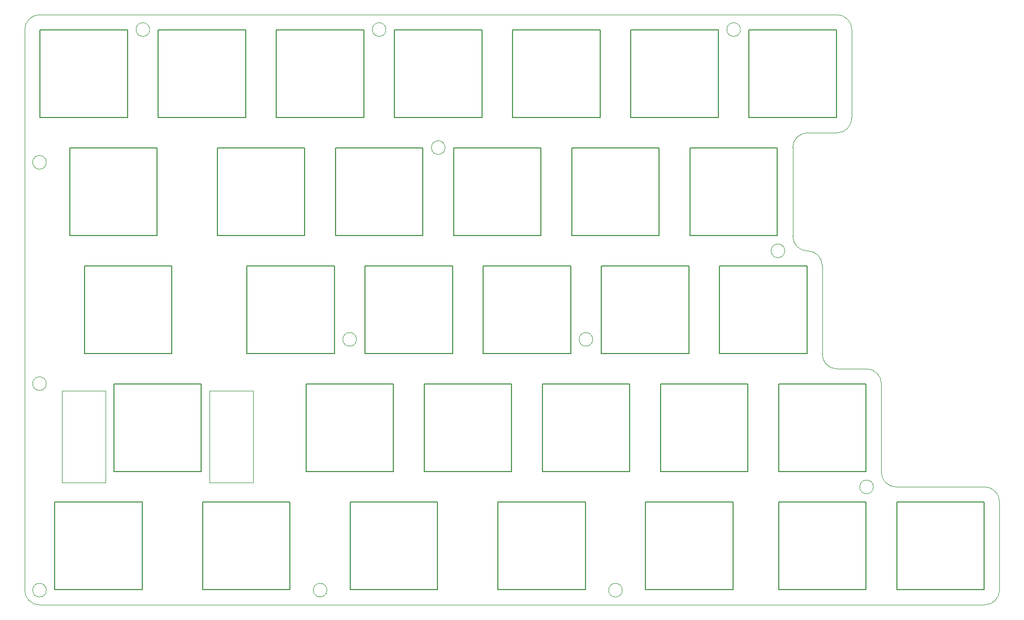
<source format=gm1>
G04 #@! TF.GenerationSoftware,KiCad,Pcbnew,7.0.7*
G04 #@! TF.CreationDate,2023-09-30T17:51:13+09:00*
G04 #@! TF.ProjectId,ind-assemble_L,696e642d-6173-4736-956d-626c655f4c2e,rev?*
G04 #@! TF.SameCoordinates,Original*
G04 #@! TF.FileFunction,Profile,NP*
%FSLAX46Y46*%
G04 Gerber Fmt 4.6, Leading zero omitted, Abs format (unit mm)*
G04 Created by KiCad (PCBNEW 7.0.7) date 2023-09-30 17:51:13*
%MOMM*%
%LPD*%
G01*
G04 APERTURE LIST*
G04 #@! TA.AperFunction,Profile*
%ADD10C,0.100000*%
G04 #@! TD*
G04 #@! TA.AperFunction,Profile*
%ADD11C,0.150000*%
G04 #@! TD*
G04 #@! TA.AperFunction,Profile*
%ADD12C,0.010000*%
G04 #@! TD*
G04 #@! TA.AperFunction,Profile*
%ADD13C,0.120000*%
G04 #@! TD*
G04 APERTURE END LIST*
D10*
X161925051Y-83343699D02*
G75*
G03*
X159543801Y-80962449I-2381351J-101D01*
G01*
X150018750Y-42862500D02*
G75*
G03*
X147637500Y-45243750I50J-2381300D01*
G01*
X154781250Y-80962500D02*
X159543801Y-80962449D01*
X180975000Y-102393750D02*
X180975000Y-116681250D01*
X147637500Y-45243750D02*
X147637500Y-59531250D01*
X150018750Y-61912500D02*
X150018750Y-61912500D01*
X152400000Y-78581250D02*
G75*
G03*
X154781250Y-80962500I2381300J50D01*
G01*
X157162500Y-26193750D02*
G75*
G03*
X154781250Y-23812500I-2381300J-50D01*
G01*
X180975000Y-102393750D02*
G75*
G03*
X178593750Y-100012500I-2381300J-50D01*
G01*
X178593750Y-119062500D02*
G75*
G03*
X180975000Y-116681250I-50J2381300D01*
G01*
X23812500Y-116681250D02*
G75*
G03*
X26193750Y-119062500I2381250J0D01*
G01*
X23812500Y-116681250D02*
X23812500Y-26193750D01*
X152400000Y-64293750D02*
X152400000Y-78581250D01*
X161924949Y-97631301D02*
G75*
G03*
X164306199Y-100012551I2381351J101D01*
G01*
X157162500Y-26193750D02*
X157162500Y-40481250D01*
X26193750Y-23812500D02*
X154781250Y-23812500D01*
X164306199Y-100012551D02*
X178593750Y-100012500D01*
X152400000Y-64293750D02*
G75*
G03*
X150018750Y-61912500I-2381300J-50D01*
G01*
X161925051Y-83343699D02*
X161924949Y-97631301D01*
X178593750Y-119062500D02*
X26193750Y-119062500D01*
X154781250Y-42862500D02*
X150018750Y-42862500D01*
X147637500Y-59531250D02*
G75*
G03*
X150018750Y-61912500I2381300J50D01*
G01*
X26193750Y-23812500D02*
G75*
G03*
X23812500Y-26193750I0J-2381250D01*
G01*
X154781250Y-42862500D02*
G75*
G03*
X157162500Y-40481250I-50J2381300D01*
G01*
D11*
X73912500Y-45337500D02*
X88012500Y-45337500D01*
X73912500Y-59437500D02*
X73912500Y-45337500D01*
X88012500Y-45337500D02*
X88012500Y-59437500D01*
X88012500Y-59437500D02*
X73912500Y-59437500D01*
D12*
X27293750Y-47625000D02*
G75*
G03*
X27293750Y-47625000I-1100000J0D01*
G01*
D11*
X64387500Y-26287500D02*
X78487500Y-26287500D01*
X64387500Y-40387500D02*
X64387500Y-26287500D01*
X78487500Y-26287500D02*
X78487500Y-40387500D01*
X78487500Y-40387500D02*
X64387500Y-40387500D01*
X54862500Y-45337500D02*
X68962500Y-45337500D01*
X54862500Y-59437500D02*
X54862500Y-45337500D01*
X68962500Y-45337500D02*
X68962500Y-59437500D01*
X68962500Y-59437500D02*
X54862500Y-59437500D01*
D12*
X91587500Y-45243750D02*
G75*
G03*
X91587500Y-45243750I-1100000J0D01*
G01*
D11*
X123918750Y-102487500D02*
X138018750Y-102487500D01*
X123918750Y-116587500D02*
X123918750Y-102487500D01*
X138018750Y-102487500D02*
X138018750Y-116587500D01*
X138018750Y-116587500D02*
X123918750Y-116587500D01*
X78675000Y-64387500D02*
X92775000Y-64387500D01*
X78675000Y-78487500D02*
X78675000Y-64387500D01*
X92775000Y-64387500D02*
X92775000Y-78487500D01*
X92775000Y-78487500D02*
X78675000Y-78487500D01*
X135825000Y-64387500D02*
X149925000Y-64387500D01*
X135825000Y-78487500D02*
X135825000Y-64387500D01*
X149925000Y-64387500D02*
X149925000Y-78487500D01*
X149925000Y-78487500D02*
X135825000Y-78487500D01*
D12*
X27293750Y-83343750D02*
G75*
G03*
X27293750Y-83343750I-1100000J0D01*
G01*
X27293750Y-116681250D02*
G75*
G03*
X27293750Y-116681250I-1100000J0D01*
G01*
D11*
X26287500Y-26287500D02*
X40387500Y-26287500D01*
X26287500Y-40387500D02*
X26287500Y-26287500D01*
X40387500Y-26287500D02*
X40387500Y-40387500D01*
X40387500Y-40387500D02*
X26287500Y-40387500D01*
X76293750Y-102487500D02*
X90393750Y-102487500D01*
X76293750Y-116587500D02*
X76293750Y-102487500D01*
X90393750Y-102487500D02*
X90393750Y-116587500D01*
X90393750Y-116587500D02*
X76293750Y-116587500D01*
X131062500Y-45337500D02*
X145162500Y-45337500D01*
X131062500Y-59437500D02*
X131062500Y-45337500D01*
X145162500Y-45337500D02*
X145162500Y-59437500D01*
X145162500Y-59437500D02*
X131062500Y-59437500D01*
D12*
X72537500Y-116681250D02*
G75*
G03*
X72537500Y-116681250I-1100000J0D01*
G01*
X43962500Y-26193750D02*
G75*
G03*
X43962500Y-26193750I-1100000J0D01*
G01*
X115400000Y-76200000D02*
G75*
G03*
X115400000Y-76200000I-1100000J0D01*
G01*
X82062500Y-26193750D02*
G75*
G03*
X82062500Y-26193750I-1100000J0D01*
G01*
D11*
X116775000Y-64387500D02*
X130875000Y-64387500D01*
X116775000Y-78487500D02*
X116775000Y-64387500D01*
X130875000Y-64387500D02*
X130875000Y-78487500D01*
X130875000Y-78487500D02*
X116775000Y-78487500D01*
X69150000Y-83437500D02*
X83250000Y-83437500D01*
X69150000Y-97537500D02*
X69150000Y-83437500D01*
X83250000Y-83437500D02*
X83250000Y-97537500D01*
X83250000Y-97537500D02*
X69150000Y-97537500D01*
X83437500Y-26287500D02*
X97537500Y-26287500D01*
X83437500Y-40387500D02*
X83437500Y-26287500D01*
X97537500Y-26287500D02*
X97537500Y-40387500D01*
X97537500Y-40387500D02*
X83437500Y-40387500D01*
X45337500Y-26287500D02*
X59437500Y-26287500D01*
X45337500Y-40387500D02*
X45337500Y-26287500D01*
X59437500Y-26287500D02*
X59437500Y-40387500D01*
X59437500Y-40387500D02*
X45337500Y-40387500D01*
X112012500Y-45337500D02*
X126112500Y-45337500D01*
X112012500Y-59437500D02*
X112012500Y-45337500D01*
X126112500Y-45337500D02*
X126112500Y-59437500D01*
X126112500Y-59437500D02*
X112012500Y-59437500D01*
X107250000Y-83437500D02*
X121350000Y-83437500D01*
X107250000Y-97537500D02*
X107250000Y-83437500D01*
X121350000Y-83437500D02*
X121350000Y-97537500D01*
X121350000Y-97537500D02*
X107250000Y-97537500D01*
X59625000Y-64387500D02*
X73725000Y-64387500D01*
X59625000Y-78487500D02*
X59625000Y-64387500D01*
X73725000Y-64387500D02*
X73725000Y-78487500D01*
X73725000Y-78487500D02*
X59625000Y-78487500D01*
X145350000Y-102487500D02*
X159450000Y-102487500D01*
X145350000Y-116587500D02*
X145350000Y-102487500D01*
X159450000Y-102487500D02*
X159450000Y-116587500D01*
X159450000Y-116587500D02*
X145350000Y-116587500D01*
X121537500Y-26287500D02*
X135637500Y-26287500D01*
X121537500Y-40387500D02*
X121537500Y-26287500D01*
X135637500Y-26287500D02*
X135637500Y-40387500D01*
X135637500Y-40387500D02*
X121537500Y-40387500D01*
X164400000Y-102487500D02*
X178500000Y-102487500D01*
X164400000Y-116587500D02*
X164400000Y-102487500D01*
X178500000Y-102487500D02*
X178500000Y-116587500D01*
X178500000Y-116587500D02*
X164400000Y-116587500D01*
X28668750Y-102487500D02*
X42768750Y-102487500D01*
X28668750Y-116587500D02*
X28668750Y-102487500D01*
X42768750Y-102487500D02*
X42768750Y-116587500D01*
X42768750Y-116587500D02*
X28668750Y-116587500D01*
D12*
X160643750Y-100012500D02*
G75*
G03*
X160643750Y-100012500I-1100000J0D01*
G01*
D11*
X102487500Y-26287500D02*
X116587500Y-26287500D01*
X102487500Y-40387500D02*
X102487500Y-26287500D01*
X116587500Y-26287500D02*
X116587500Y-40387500D01*
X116587500Y-40387500D02*
X102487500Y-40387500D01*
X92962500Y-45337500D02*
X107062500Y-45337500D01*
X92962500Y-59437500D02*
X92962500Y-45337500D01*
X107062500Y-45337500D02*
X107062500Y-59437500D01*
X107062500Y-59437500D02*
X92962500Y-59437500D01*
D12*
X139212500Y-26193750D02*
G75*
G03*
X139212500Y-26193750I-1100000J0D01*
G01*
D11*
X31050000Y-45337500D02*
X45150000Y-45337500D01*
X31050000Y-59437500D02*
X31050000Y-45337500D01*
X45150000Y-45337500D02*
X45150000Y-59437500D01*
X45150000Y-59437500D02*
X31050000Y-59437500D01*
D12*
X77300000Y-76200000D02*
G75*
G03*
X77300000Y-76200000I-1100000J0D01*
G01*
D11*
X33431250Y-64387500D02*
X47531250Y-64387500D01*
X33431250Y-78487500D02*
X33431250Y-64387500D01*
X47531250Y-64387500D02*
X47531250Y-78487500D01*
X47531250Y-78487500D02*
X33431250Y-78487500D01*
D13*
X29843750Y-84487500D02*
X36843750Y-84487500D01*
X29843750Y-99287500D02*
X29843750Y-84487500D01*
X36843750Y-84487500D02*
X36843750Y-99287500D01*
X36843750Y-99287500D02*
X29843750Y-99287500D01*
D11*
X38193750Y-83437500D02*
X52293750Y-83437500D01*
X38193750Y-97537500D02*
X38193750Y-83437500D01*
X52293750Y-83437500D02*
X52293750Y-97537500D01*
X52293750Y-97537500D02*
X38193750Y-97537500D01*
D13*
X53643750Y-84487500D02*
X53643750Y-99287500D01*
X53643750Y-99287500D02*
X60643750Y-99287500D01*
X60643750Y-84487500D02*
X53643750Y-84487500D01*
X60643750Y-99287500D02*
X60643750Y-84487500D01*
D11*
X145350000Y-83437500D02*
X159450000Y-83437500D01*
X145350000Y-97537500D02*
X145350000Y-83437500D01*
X159450000Y-83437500D02*
X159450000Y-97537500D01*
X159450000Y-97537500D02*
X145350000Y-97537500D01*
X140587500Y-26287500D02*
X154687500Y-26287500D01*
X140587500Y-40387500D02*
X140587500Y-26287500D01*
X154687500Y-26287500D02*
X154687500Y-40387500D01*
X154687500Y-40387500D02*
X140587500Y-40387500D01*
X52481250Y-102487500D02*
X66581250Y-102487500D01*
X52481250Y-116587500D02*
X52481250Y-102487500D01*
X66581250Y-102487500D02*
X66581250Y-116587500D01*
X66581250Y-116587500D02*
X52481250Y-116587500D01*
D12*
X146356250Y-61912500D02*
G75*
G03*
X146356250Y-61912500I-1100000J0D01*
G01*
D11*
X88200000Y-83437500D02*
X102300000Y-83437500D01*
X88200000Y-97537500D02*
X88200000Y-83437500D01*
X102300000Y-83437500D02*
X102300000Y-97537500D01*
X102300000Y-97537500D02*
X88200000Y-97537500D01*
X97725000Y-64387500D02*
X111825000Y-64387500D01*
X97725000Y-78487500D02*
X97725000Y-64387500D01*
X111825000Y-64387500D02*
X111825000Y-78487500D01*
X111825000Y-78487500D02*
X97725000Y-78487500D01*
X126300000Y-83437500D02*
X140400000Y-83437500D01*
X126300000Y-97537500D02*
X126300000Y-83437500D01*
X140400000Y-83437500D02*
X140400000Y-97537500D01*
X140400000Y-97537500D02*
X126300000Y-97537500D01*
D12*
X120162500Y-116681250D02*
G75*
G03*
X120162500Y-116681250I-1100000J0D01*
G01*
D11*
X100106250Y-102487500D02*
X114206250Y-102487500D01*
X100106250Y-116587500D02*
X100106250Y-102487500D01*
X114206250Y-102487500D02*
X114206250Y-116587500D01*
X114206250Y-116587500D02*
X100106250Y-116587500D01*
M02*

</source>
